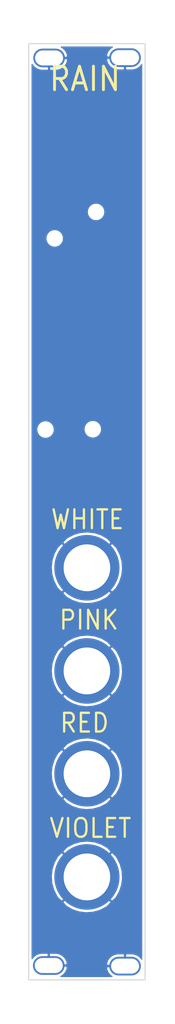
<source format=kicad_pcb>
(kicad_pcb (version 20171130) (host pcbnew "(5.1.9)-1")
  (layers (0 F.Cu signal) (31 B.Cu signal) (34 B.Paste user) (35 F.Paste user) (36 B.SilkS user) (37 F.SilkS user) (38 B.Mask user) (39 F.Mask user) (44 Edge.Cuts user))
  (net 0 "")
  (net 1 GND)
  (module Kosmo_panel:Kosmo_Jack_Hole (layer F.Cu) (at 33.909 115.7605)
    (fp_text reference H1 hide)
    (fp_text value Jack_Hole)
    (pad 1 thru_hole circle (at 0 0) (size 14 14) (drill 10) (layers *.Cu *.Mask) (net 1 GND))
  )
  (module Kosmo_panel:Kosmo_Trimmer_Pot_Hole (layer F.Cu) (at 35.179 86.1695)
    (fp_text reference H2 hide)
    (fp_text value Trimmer_Hole)
    (pad "" np_thru_hole circle (at 0 0) (size 2.5 2.5) (drill 2.5) (layers F.Cu F.Mask))
  )
  (module Kosmo_panel:Kosmo_Panel_Slotted_Mounting_Hole (layer F.Cu) (at 24.384 6.858)
    (fp_text reference H3 hide)
    (fp_text value Mounting_Hole_Slotted)
    (pad 1 thru_hole oval (at 1.4 0) (size 6.8 4) (drill oval 6 3.2) (layers *.Cu *.Mask) (net 1 GND))
  )
  (module Kosmo_panel:Kosmo_Jack_Hole (layer F.Cu) (at 33.909 137.795)
    (fp_text reference H4 hide)
    (fp_text value Jack_Hole)
    (pad 1 thru_hole circle (at 0 0) (size 14 14) (drill 10) (layers *.Cu *.Mask) (net 1 GND))
  )
  (module Kosmo_panel:Kosmo_Trimmer_Pot_Hole (layer F.Cu) (at 25.019 86.233)
    (fp_text reference H5 hide)
    (fp_text value Trimmer_Hole)
    (pad "" np_thru_hole circle (at 0 0) (size 2.5 2.5) (drill 2.5) (layers F.Cu F.Mask))
  )
  (module Kosmo_panel:Kosmo_Panel_Slotted_Mounting_Hole (layer F.Cu) (at 40.7035 6.7945)
    (fp_text reference H6 hide)
    (fp_text value Mounting_Hole_Slotted)
    (pad 1 thru_hole oval (at 1.4 0) (size 6.8 4) (drill oval 6 3.2) (layers *.Cu *.Mask) (net 1 GND))
  )
  (module Kosmo_panel:Kosmo_Jack_Hole (layer F.Cu) (at 33.909 181.8005)
    (fp_text reference H7 hide)
    (fp_text value Jack_Hole)
    (pad 1 thru_hole circle (at 0 0) (size 14 14) (drill 10) (layers *.Cu *.Mask) (net 1 GND))
  )
  (module Kosmo_panel:Kosmo_Trimmer_Pot_Hole (layer F.Cu) (at 26.9875 45.4025)
    (fp_text reference H8 hide)
    (fp_text value Trimmer_Hole)
    (pad "" np_thru_hole circle (at 0 0) (size 2.5 2.5) (drill 2.5) (layers F.Cu F.Mask))
  )
  (module Kosmo_panel:Kosmo_Panel_Slotted_Mounting_Hole (layer F.Cu) (at 40.7035 200.8505)
    (fp_text reference H9 hide)
    (fp_text value Mounting_Hole_Slotted)
    (pad 1 thru_hole oval (at 1.4 0) (size 6.8 4) (drill oval 6 3.2) (layers *.Cu *.Mask) (net 1 GND))
  )
  (module Kosmo_panel:Kosmo_Jack_Hole (layer F.Cu) (at 33.909 159.766)
    (fp_text reference H10 hide)
    (fp_text value Jack_Hole)
    (pad 1 thru_hole circle (at 0 0) (size 14 14) (drill 10) (layers *.Cu *.Mask) (net 1 GND))
  )
  (module Kosmo_panel:Kosmo_Trimmer_Pot_Hole (layer F.Cu) (at 35.8775 39.751)
    (fp_text reference H11 hide)
    (fp_text value Trimmer_Hole)
    (pad "" np_thru_hole circle (at 0 0) (size 2.5 2.5) (drill 2.5) (layers F.Cu F.Mask))
  )
  (module Kosmo_panel:Kosmo_Panel_Slotted_Mounting_Hole (layer F.Cu) (at 24.3175 200.7235)
    (fp_text reference H12 hide)
    (fp_text value Mounting_Hole_Slotted)
    (pad 1 thru_hole oval (at 1.4 0) (size 6.8 4) (drill oval 6 3.2) (layers *.Cu *.Mask) (net 1 GND))
  )
  (gr_text WHITE (at 25.91 107.7995) (layer F.SilkS) (effects (font (size 4 3.6) (thickness 0.5)) (justify left bottom)))
  (gr_text RAIN (at 25.474173 14.266417) (layer F.SilkS) (effects (font (size 5 4.5) (thickness 0.625)) (justify left bottom)))
  (gr_text VIOLET (at 25.5905 173.736) (layer F.SilkS) (effects (font (size 4 3.6) (thickness 0.5)) (justify left bottom)))
  (gr_text RED (at 27.833116 151.255228) (layer F.SilkS) (effects (font (size 4 3.6) (thickness 0.5)) (justify left bottom)))
  (gr_text PINK (at 27.6693 129.255228) (layer F.SilkS) (effects (font (size 4 3.6) (thickness 0.5)) (justify left bottom)))
  (gr_line (start 21.41 203.7995) (end 46.41 203.7995) (layer Edge.Cuts) (width 0.2))
  (gr_line (start 46.41 203.7995) (end 46.41 3.7995) (layer Edge.Cuts) (width 0.2))
  (gr_line (start 21.41 3.7995) (end 21.41 203.7995) (layer Edge.Cuts) (width 0.2))
  (gr_line (start 46.41 3.7995) (end 21.41 3.7995) (layer Edge.Cuts) (width 0.2))
  (zone (net 1) (net_name GND) (layer F.Cu) (connect_pads (clearance 0.508)) (min_thickness 0.254) (fill yes (arc_segments 32) (thermal_gap 0.508) (thermal_bridge_width 0.508))
    (polygon (pts (xy 50.3555 212.1535) (xy 15.24 212.1535) (xy 15.24 -2.667) (xy 50.3555 -2.667)))
  )
  (zone (net 1) (net_name GND) (layer B.Cu) (connect_pads (clearance 0.508)) (min_thickness 0.254) (fill yes (arc_segments 32) (thermal_gap 0.508) (thermal_bridge_width 0.508))
    (polygon (pts (xy 52.832 213.233) (xy 16.3195 213.233) (xy 16.4465 -5.5245) (xy 52.832 -5.5245)))
  )
)
</source>
